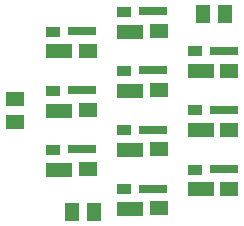
<source format=gtp>
G04*
G04 #@! TF.GenerationSoftware,Altium Limited,Altium Designer,22.0.2 (36)*
G04*
G04 Layer_Color=8421504*
%FSLAX25Y25*%
%MOIN*%
G70*
G04*
G04 #@! TF.SameCoordinates,4D75FC96-39BE-4DEA-B64F-09A75C684B67*
G04*
G04*
G04 #@! TF.FilePolarity,Positive*
G04*
G01*
G75*
%ADD12R,0.05906X0.05118*%
%ADD13R,0.05118X0.05906*%
%ADD14R,0.09449X0.03150*%
%ADD15R,0.08661X0.04724*%
%ADD16R,0.05906X0.05118*%
%ADD17R,0.05118X0.03543*%
D12*
X-42500Y3740D02*
D03*
Y-3740D02*
D03*
D13*
X-23425Y-33823D02*
D03*
X-15945D02*
D03*
X20260Y32000D02*
D03*
X27740D02*
D03*
D14*
X3681Y-26102D02*
D03*
X27303Y-19551D02*
D03*
X-19941Y-12988D02*
D03*
X3681Y-6425D02*
D03*
X27303Y138D02*
D03*
X-19941Y6701D02*
D03*
X3681Y13264D02*
D03*
X27303Y19827D02*
D03*
X-19941Y26390D02*
D03*
X3681Y32953D02*
D03*
D15*
X-4169Y-32890D02*
D03*
X19453Y-26339D02*
D03*
X-27791Y-19776D02*
D03*
X-4169Y-13213D02*
D03*
X19453Y-6650D02*
D03*
X-27791Y-87D02*
D03*
X-4169Y6476D02*
D03*
X19453Y13039D02*
D03*
X-27791Y19602D02*
D03*
X-4169Y26165D02*
D03*
D16*
X5453Y-32693D02*
D03*
X29075Y-26142D02*
D03*
X-18169Y-19579D02*
D03*
X5453Y-13016D02*
D03*
X29075Y-6453D02*
D03*
X-18169Y110D02*
D03*
X5453Y6673D02*
D03*
X29075Y13236D02*
D03*
X-18169Y19799D02*
D03*
X5453Y26362D02*
D03*
D17*
X17681Y-19748D02*
D03*
X-29563Y-13185D02*
D03*
X-5941Y-6622D02*
D03*
X17681Y-59D02*
D03*
X-29563Y6504D02*
D03*
X-5941Y13067D02*
D03*
X17681Y19630D02*
D03*
X-29563Y26193D02*
D03*
X-5941Y32756D02*
D03*
Y-26299D02*
D03*
M02*

</source>
